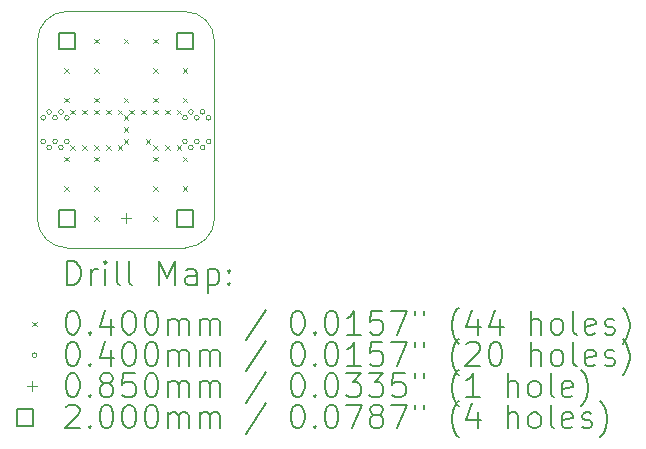
<source format=gbr>
%TF.GenerationSoftware,KiCad,Pcbnew,6.0.9+dfsg-1~bpo11+1*%
%TF.CreationDate,2022-11-06T17:12:52+01:00*%
%TF.ProjectId,amplifier,616d706c-6966-4696-9572-2e6b69636164,2*%
%TF.SameCoordinates,Original*%
%TF.FileFunction,Drillmap*%
%TF.FilePolarity,Positive*%
%FSLAX45Y45*%
G04 Gerber Fmt 4.5, Leading zero omitted, Abs format (unit mm)*
G04 Created by KiCad (PCBNEW 6.0.9+dfsg-1~bpo11+1) date 2022-11-06 17:12:52*
%MOMM*%
%LPD*%
G01*
G04 APERTURE LIST*
%ADD10C,0.100000*%
%ADD11C,0.200000*%
%ADD12C,0.040000*%
%ADD13C,0.085000*%
G04 APERTURE END LIST*
D10*
X12250000Y-7500000D02*
X12250000Y-9000000D01*
X12500000Y-9250000D02*
X13500000Y-9250000D01*
X13750000Y-7500000D02*
G75*
G03*
X13500000Y-7250000I-250000J0D01*
G01*
X12250000Y-9000000D02*
G75*
G03*
X12500000Y-9250000I250000J0D01*
G01*
X12500000Y-7250000D02*
X13500000Y-7250000D01*
X13750000Y-7500000D02*
X13750000Y-9000000D01*
X12500000Y-7250000D02*
G75*
G03*
X12250000Y-7500000I0J-250000D01*
G01*
X13500000Y-9250000D02*
G75*
G03*
X13750000Y-9000000I0J250000D01*
G01*
D11*
D12*
X12480000Y-7730000D02*
X12520000Y-7770000D01*
X12520000Y-7730000D02*
X12480000Y-7770000D01*
X12480000Y-7980000D02*
X12520000Y-8020000D01*
X12520000Y-7980000D02*
X12480000Y-8020000D01*
X12480000Y-8480000D02*
X12520000Y-8520000D01*
X12520000Y-8480000D02*
X12480000Y-8520000D01*
X12480000Y-8730000D02*
X12520000Y-8770000D01*
X12520000Y-8730000D02*
X12480000Y-8770000D01*
X12530000Y-8080000D02*
X12570000Y-8120000D01*
X12570000Y-8080000D02*
X12530000Y-8120000D01*
X12530000Y-8380000D02*
X12570000Y-8420000D01*
X12570000Y-8380000D02*
X12530000Y-8420000D01*
X12630000Y-8080000D02*
X12670000Y-8120000D01*
X12670000Y-8080000D02*
X12630000Y-8120000D01*
X12630000Y-8380000D02*
X12670000Y-8420000D01*
X12670000Y-8380000D02*
X12630000Y-8420000D01*
X12730000Y-7480000D02*
X12770000Y-7520000D01*
X12770000Y-7480000D02*
X12730000Y-7520000D01*
X12730000Y-7730000D02*
X12770000Y-7770000D01*
X12770000Y-7730000D02*
X12730000Y-7770000D01*
X12730000Y-7980000D02*
X12770000Y-8020000D01*
X12770000Y-7980000D02*
X12730000Y-8020000D01*
X12730000Y-8080000D02*
X12770000Y-8120000D01*
X12770000Y-8080000D02*
X12730000Y-8120000D01*
X12730000Y-8380000D02*
X12770000Y-8420000D01*
X12770000Y-8380000D02*
X12730000Y-8420000D01*
X12730000Y-8480000D02*
X12770000Y-8520000D01*
X12770000Y-8480000D02*
X12730000Y-8520000D01*
X12730000Y-8730000D02*
X12770000Y-8770000D01*
X12770000Y-8730000D02*
X12730000Y-8770000D01*
X12730000Y-8980000D02*
X12770000Y-9020000D01*
X12770000Y-8980000D02*
X12730000Y-9020000D01*
X12830000Y-8080000D02*
X12870000Y-8120000D01*
X12870000Y-8080000D02*
X12830000Y-8120000D01*
X12830000Y-8380000D02*
X12870000Y-8420000D01*
X12870000Y-8380000D02*
X12830000Y-8420000D01*
X12930000Y-8080000D02*
X12970000Y-8120000D01*
X12970000Y-8080000D02*
X12930000Y-8120000D01*
X12930000Y-8380000D02*
X12970000Y-8420000D01*
X12970000Y-8380000D02*
X12930000Y-8420000D01*
X12980000Y-7480000D02*
X13020000Y-7520000D01*
X13020000Y-7480000D02*
X12980000Y-7520000D01*
X12980000Y-7980000D02*
X13020000Y-8020000D01*
X13020000Y-7980000D02*
X12980000Y-8020000D01*
X12980000Y-8130000D02*
X13020000Y-8170000D01*
X13020000Y-8130000D02*
X12980000Y-8170000D01*
X12980000Y-8230000D02*
X13020000Y-8270000D01*
X13020000Y-8230000D02*
X12980000Y-8270000D01*
X12980000Y-8330000D02*
X13020000Y-8370000D01*
X13020000Y-8330000D02*
X12980000Y-8370000D01*
X13030000Y-8080000D02*
X13070000Y-8120000D01*
X13070000Y-8080000D02*
X13030000Y-8120000D01*
X13130000Y-8080000D02*
X13170000Y-8120000D01*
X13170000Y-8080000D02*
X13130000Y-8120000D01*
X13166265Y-8329656D02*
X13206265Y-8369656D01*
X13206265Y-8329656D02*
X13166265Y-8369656D01*
X13230000Y-7480000D02*
X13270000Y-7520000D01*
X13270000Y-7480000D02*
X13230000Y-7520000D01*
X13230000Y-7730000D02*
X13270000Y-7770000D01*
X13270000Y-7730000D02*
X13230000Y-7770000D01*
X13230000Y-7980000D02*
X13270000Y-8020000D01*
X13270000Y-7980000D02*
X13230000Y-8020000D01*
X13230000Y-8080000D02*
X13270000Y-8120000D01*
X13270000Y-8080000D02*
X13230000Y-8120000D01*
X13230000Y-8380000D02*
X13270000Y-8420000D01*
X13270000Y-8380000D02*
X13230000Y-8420000D01*
X13230000Y-8480000D02*
X13270000Y-8520000D01*
X13270000Y-8480000D02*
X13230000Y-8520000D01*
X13230000Y-8730000D02*
X13270000Y-8770000D01*
X13270000Y-8730000D02*
X13230000Y-8770000D01*
X13230000Y-8980000D02*
X13270000Y-9020000D01*
X13270000Y-8980000D02*
X13230000Y-9020000D01*
X13330000Y-8080000D02*
X13370000Y-8120000D01*
X13370000Y-8080000D02*
X13330000Y-8120000D01*
X13330000Y-8380000D02*
X13370000Y-8420000D01*
X13370000Y-8380000D02*
X13330000Y-8420000D01*
X13430000Y-8080000D02*
X13470000Y-8120000D01*
X13470000Y-8080000D02*
X13430000Y-8120000D01*
X13430000Y-8380000D02*
X13470000Y-8420000D01*
X13470000Y-8380000D02*
X13430000Y-8420000D01*
X13480000Y-7730000D02*
X13520000Y-7770000D01*
X13520000Y-7730000D02*
X13480000Y-7770000D01*
X13480000Y-7980000D02*
X13520000Y-8020000D01*
X13520000Y-7980000D02*
X13480000Y-8020000D01*
X13480000Y-8480000D02*
X13520000Y-8520000D01*
X13520000Y-8480000D02*
X13480000Y-8520000D01*
X13480000Y-8730000D02*
X13520000Y-8770000D01*
X13520000Y-8730000D02*
X13480000Y-8770000D01*
X12320000Y-8150000D02*
G75*
G03*
X12320000Y-8150000I-20000J0D01*
G01*
X12320000Y-8350000D02*
G75*
G03*
X12320000Y-8350000I-20000J0D01*
G01*
X12370000Y-8100000D02*
G75*
G03*
X12370000Y-8100000I-20000J0D01*
G01*
X12370000Y-8400000D02*
G75*
G03*
X12370000Y-8400000I-20000J0D01*
G01*
X12420000Y-8150000D02*
G75*
G03*
X12420000Y-8150000I-20000J0D01*
G01*
X12420000Y-8350000D02*
G75*
G03*
X12420000Y-8350000I-20000J0D01*
G01*
X12470000Y-8100000D02*
G75*
G03*
X12470000Y-8100000I-20000J0D01*
G01*
X12470000Y-8400000D02*
G75*
G03*
X12470000Y-8400000I-20000J0D01*
G01*
X12520000Y-8150000D02*
G75*
G03*
X12520000Y-8150000I-20000J0D01*
G01*
X12520000Y-8350000D02*
G75*
G03*
X12520000Y-8350000I-20000J0D01*
G01*
X13520000Y-8150000D02*
G75*
G03*
X13520000Y-8150000I-20000J0D01*
G01*
X13520000Y-8350000D02*
G75*
G03*
X13520000Y-8350000I-20000J0D01*
G01*
X13570000Y-8100000D02*
G75*
G03*
X13570000Y-8100000I-20000J0D01*
G01*
X13570000Y-8400000D02*
G75*
G03*
X13570000Y-8400000I-20000J0D01*
G01*
X13620000Y-8150000D02*
G75*
G03*
X13620000Y-8150000I-20000J0D01*
G01*
X13620000Y-8350000D02*
G75*
G03*
X13620000Y-8350000I-20000J0D01*
G01*
X13670000Y-8100000D02*
G75*
G03*
X13670000Y-8100000I-20000J0D01*
G01*
X13670000Y-8400000D02*
G75*
G03*
X13670000Y-8400000I-20000J0D01*
G01*
X13720000Y-8150000D02*
G75*
G03*
X13720000Y-8150000I-20000J0D01*
G01*
X13720000Y-8350000D02*
G75*
G03*
X13720000Y-8350000I-20000J0D01*
G01*
D13*
X13000000Y-8957500D02*
X13000000Y-9042500D01*
X12957500Y-9000000D02*
X13042500Y-9000000D01*
D11*
X12570711Y-7570711D02*
X12570711Y-7429289D01*
X12429289Y-7429289D01*
X12429289Y-7570711D01*
X12570711Y-7570711D01*
X12570711Y-9070711D02*
X12570711Y-8929289D01*
X12429289Y-8929289D01*
X12429289Y-9070711D01*
X12570711Y-9070711D01*
X13570711Y-7570711D02*
X13570711Y-7429289D01*
X13429289Y-7429289D01*
X13429289Y-7570711D01*
X13570711Y-7570711D01*
X13570711Y-9070711D02*
X13570711Y-8929289D01*
X13429289Y-8929289D01*
X13429289Y-9070711D01*
X13570711Y-9070711D01*
X12502619Y-9565476D02*
X12502619Y-9365476D01*
X12550238Y-9365476D01*
X12578809Y-9375000D01*
X12597857Y-9394048D01*
X12607381Y-9413095D01*
X12616905Y-9451190D01*
X12616905Y-9479762D01*
X12607381Y-9517857D01*
X12597857Y-9536905D01*
X12578809Y-9555952D01*
X12550238Y-9565476D01*
X12502619Y-9565476D01*
X12702619Y-9565476D02*
X12702619Y-9432143D01*
X12702619Y-9470238D02*
X12712143Y-9451190D01*
X12721667Y-9441667D01*
X12740714Y-9432143D01*
X12759762Y-9432143D01*
X12826428Y-9565476D02*
X12826428Y-9432143D01*
X12826428Y-9365476D02*
X12816905Y-9375000D01*
X12826428Y-9384524D01*
X12835952Y-9375000D01*
X12826428Y-9365476D01*
X12826428Y-9384524D01*
X12950238Y-9565476D02*
X12931190Y-9555952D01*
X12921667Y-9536905D01*
X12921667Y-9365476D01*
X13055000Y-9565476D02*
X13035952Y-9555952D01*
X13026428Y-9536905D01*
X13026428Y-9365476D01*
X13283571Y-9565476D02*
X13283571Y-9365476D01*
X13350238Y-9508333D01*
X13416905Y-9365476D01*
X13416905Y-9565476D01*
X13597857Y-9565476D02*
X13597857Y-9460714D01*
X13588333Y-9441667D01*
X13569286Y-9432143D01*
X13531190Y-9432143D01*
X13512143Y-9441667D01*
X13597857Y-9555952D02*
X13578809Y-9565476D01*
X13531190Y-9565476D01*
X13512143Y-9555952D01*
X13502619Y-9536905D01*
X13502619Y-9517857D01*
X13512143Y-9498810D01*
X13531190Y-9489286D01*
X13578809Y-9489286D01*
X13597857Y-9479762D01*
X13693095Y-9432143D02*
X13693095Y-9632143D01*
X13693095Y-9441667D02*
X13712143Y-9432143D01*
X13750238Y-9432143D01*
X13769286Y-9441667D01*
X13778809Y-9451190D01*
X13788333Y-9470238D01*
X13788333Y-9527381D01*
X13778809Y-9546429D01*
X13769286Y-9555952D01*
X13750238Y-9565476D01*
X13712143Y-9565476D01*
X13693095Y-9555952D01*
X13874048Y-9546429D02*
X13883571Y-9555952D01*
X13874048Y-9565476D01*
X13864524Y-9555952D01*
X13874048Y-9546429D01*
X13874048Y-9565476D01*
X13874048Y-9441667D02*
X13883571Y-9451190D01*
X13874048Y-9460714D01*
X13864524Y-9451190D01*
X13874048Y-9441667D01*
X13874048Y-9460714D01*
D12*
X12205000Y-9875000D02*
X12245000Y-9915000D01*
X12245000Y-9875000D02*
X12205000Y-9915000D01*
D11*
X12540714Y-9785476D02*
X12559762Y-9785476D01*
X12578809Y-9795000D01*
X12588333Y-9804524D01*
X12597857Y-9823571D01*
X12607381Y-9861667D01*
X12607381Y-9909286D01*
X12597857Y-9947381D01*
X12588333Y-9966429D01*
X12578809Y-9975952D01*
X12559762Y-9985476D01*
X12540714Y-9985476D01*
X12521667Y-9975952D01*
X12512143Y-9966429D01*
X12502619Y-9947381D01*
X12493095Y-9909286D01*
X12493095Y-9861667D01*
X12502619Y-9823571D01*
X12512143Y-9804524D01*
X12521667Y-9795000D01*
X12540714Y-9785476D01*
X12693095Y-9966429D02*
X12702619Y-9975952D01*
X12693095Y-9985476D01*
X12683571Y-9975952D01*
X12693095Y-9966429D01*
X12693095Y-9985476D01*
X12874048Y-9852143D02*
X12874048Y-9985476D01*
X12826428Y-9775952D02*
X12778809Y-9918810D01*
X12902619Y-9918810D01*
X13016905Y-9785476D02*
X13035952Y-9785476D01*
X13055000Y-9795000D01*
X13064524Y-9804524D01*
X13074048Y-9823571D01*
X13083571Y-9861667D01*
X13083571Y-9909286D01*
X13074048Y-9947381D01*
X13064524Y-9966429D01*
X13055000Y-9975952D01*
X13035952Y-9985476D01*
X13016905Y-9985476D01*
X12997857Y-9975952D01*
X12988333Y-9966429D01*
X12978809Y-9947381D01*
X12969286Y-9909286D01*
X12969286Y-9861667D01*
X12978809Y-9823571D01*
X12988333Y-9804524D01*
X12997857Y-9795000D01*
X13016905Y-9785476D01*
X13207381Y-9785476D02*
X13226428Y-9785476D01*
X13245476Y-9795000D01*
X13255000Y-9804524D01*
X13264524Y-9823571D01*
X13274048Y-9861667D01*
X13274048Y-9909286D01*
X13264524Y-9947381D01*
X13255000Y-9966429D01*
X13245476Y-9975952D01*
X13226428Y-9985476D01*
X13207381Y-9985476D01*
X13188333Y-9975952D01*
X13178809Y-9966429D01*
X13169286Y-9947381D01*
X13159762Y-9909286D01*
X13159762Y-9861667D01*
X13169286Y-9823571D01*
X13178809Y-9804524D01*
X13188333Y-9795000D01*
X13207381Y-9785476D01*
X13359762Y-9985476D02*
X13359762Y-9852143D01*
X13359762Y-9871190D02*
X13369286Y-9861667D01*
X13388333Y-9852143D01*
X13416905Y-9852143D01*
X13435952Y-9861667D01*
X13445476Y-9880714D01*
X13445476Y-9985476D01*
X13445476Y-9880714D02*
X13455000Y-9861667D01*
X13474048Y-9852143D01*
X13502619Y-9852143D01*
X13521667Y-9861667D01*
X13531190Y-9880714D01*
X13531190Y-9985476D01*
X13626428Y-9985476D02*
X13626428Y-9852143D01*
X13626428Y-9871190D02*
X13635952Y-9861667D01*
X13655000Y-9852143D01*
X13683571Y-9852143D01*
X13702619Y-9861667D01*
X13712143Y-9880714D01*
X13712143Y-9985476D01*
X13712143Y-9880714D02*
X13721667Y-9861667D01*
X13740714Y-9852143D01*
X13769286Y-9852143D01*
X13788333Y-9861667D01*
X13797857Y-9880714D01*
X13797857Y-9985476D01*
X14188333Y-9775952D02*
X14016905Y-10033095D01*
X14445476Y-9785476D02*
X14464524Y-9785476D01*
X14483571Y-9795000D01*
X14493095Y-9804524D01*
X14502619Y-9823571D01*
X14512143Y-9861667D01*
X14512143Y-9909286D01*
X14502619Y-9947381D01*
X14493095Y-9966429D01*
X14483571Y-9975952D01*
X14464524Y-9985476D01*
X14445476Y-9985476D01*
X14426428Y-9975952D01*
X14416905Y-9966429D01*
X14407381Y-9947381D01*
X14397857Y-9909286D01*
X14397857Y-9861667D01*
X14407381Y-9823571D01*
X14416905Y-9804524D01*
X14426428Y-9795000D01*
X14445476Y-9785476D01*
X14597857Y-9966429D02*
X14607381Y-9975952D01*
X14597857Y-9985476D01*
X14588333Y-9975952D01*
X14597857Y-9966429D01*
X14597857Y-9985476D01*
X14731190Y-9785476D02*
X14750238Y-9785476D01*
X14769286Y-9795000D01*
X14778809Y-9804524D01*
X14788333Y-9823571D01*
X14797857Y-9861667D01*
X14797857Y-9909286D01*
X14788333Y-9947381D01*
X14778809Y-9966429D01*
X14769286Y-9975952D01*
X14750238Y-9985476D01*
X14731190Y-9985476D01*
X14712143Y-9975952D01*
X14702619Y-9966429D01*
X14693095Y-9947381D01*
X14683571Y-9909286D01*
X14683571Y-9861667D01*
X14693095Y-9823571D01*
X14702619Y-9804524D01*
X14712143Y-9795000D01*
X14731190Y-9785476D01*
X14988333Y-9985476D02*
X14874048Y-9985476D01*
X14931190Y-9985476D02*
X14931190Y-9785476D01*
X14912143Y-9814048D01*
X14893095Y-9833095D01*
X14874048Y-9842619D01*
X15169286Y-9785476D02*
X15074048Y-9785476D01*
X15064524Y-9880714D01*
X15074048Y-9871190D01*
X15093095Y-9861667D01*
X15140714Y-9861667D01*
X15159762Y-9871190D01*
X15169286Y-9880714D01*
X15178809Y-9899762D01*
X15178809Y-9947381D01*
X15169286Y-9966429D01*
X15159762Y-9975952D01*
X15140714Y-9985476D01*
X15093095Y-9985476D01*
X15074048Y-9975952D01*
X15064524Y-9966429D01*
X15245476Y-9785476D02*
X15378809Y-9785476D01*
X15293095Y-9985476D01*
X15445476Y-9785476D02*
X15445476Y-9823571D01*
X15521667Y-9785476D02*
X15521667Y-9823571D01*
X15816905Y-10061667D02*
X15807381Y-10052143D01*
X15788333Y-10023571D01*
X15778809Y-10004524D01*
X15769286Y-9975952D01*
X15759762Y-9928333D01*
X15759762Y-9890238D01*
X15769286Y-9842619D01*
X15778809Y-9814048D01*
X15788333Y-9795000D01*
X15807381Y-9766429D01*
X15816905Y-9756905D01*
X15978809Y-9852143D02*
X15978809Y-9985476D01*
X15931190Y-9775952D02*
X15883571Y-9918810D01*
X16007381Y-9918810D01*
X16169286Y-9852143D02*
X16169286Y-9985476D01*
X16121667Y-9775952D02*
X16074048Y-9918810D01*
X16197857Y-9918810D01*
X16426428Y-9985476D02*
X16426428Y-9785476D01*
X16512143Y-9985476D02*
X16512143Y-9880714D01*
X16502619Y-9861667D01*
X16483571Y-9852143D01*
X16455000Y-9852143D01*
X16435952Y-9861667D01*
X16426428Y-9871190D01*
X16635952Y-9985476D02*
X16616905Y-9975952D01*
X16607381Y-9966429D01*
X16597857Y-9947381D01*
X16597857Y-9890238D01*
X16607381Y-9871190D01*
X16616905Y-9861667D01*
X16635952Y-9852143D01*
X16664524Y-9852143D01*
X16683571Y-9861667D01*
X16693095Y-9871190D01*
X16702619Y-9890238D01*
X16702619Y-9947381D01*
X16693095Y-9966429D01*
X16683571Y-9975952D01*
X16664524Y-9985476D01*
X16635952Y-9985476D01*
X16816905Y-9985476D02*
X16797857Y-9975952D01*
X16788333Y-9956905D01*
X16788333Y-9785476D01*
X16969286Y-9975952D02*
X16950238Y-9985476D01*
X16912143Y-9985476D01*
X16893095Y-9975952D01*
X16883571Y-9956905D01*
X16883571Y-9880714D01*
X16893095Y-9861667D01*
X16912143Y-9852143D01*
X16950238Y-9852143D01*
X16969286Y-9861667D01*
X16978810Y-9880714D01*
X16978810Y-9899762D01*
X16883571Y-9918810D01*
X17055000Y-9975952D02*
X17074048Y-9985476D01*
X17112143Y-9985476D01*
X17131190Y-9975952D01*
X17140714Y-9956905D01*
X17140714Y-9947381D01*
X17131190Y-9928333D01*
X17112143Y-9918810D01*
X17083571Y-9918810D01*
X17064524Y-9909286D01*
X17055000Y-9890238D01*
X17055000Y-9880714D01*
X17064524Y-9861667D01*
X17083571Y-9852143D01*
X17112143Y-9852143D01*
X17131190Y-9861667D01*
X17207381Y-10061667D02*
X17216905Y-10052143D01*
X17235952Y-10023571D01*
X17245476Y-10004524D01*
X17255000Y-9975952D01*
X17264524Y-9928333D01*
X17264524Y-9890238D01*
X17255000Y-9842619D01*
X17245476Y-9814048D01*
X17235952Y-9795000D01*
X17216905Y-9766429D01*
X17207381Y-9756905D01*
D12*
X12245000Y-10159000D02*
G75*
G03*
X12245000Y-10159000I-20000J0D01*
G01*
D11*
X12540714Y-10049476D02*
X12559762Y-10049476D01*
X12578809Y-10059000D01*
X12588333Y-10068524D01*
X12597857Y-10087571D01*
X12607381Y-10125667D01*
X12607381Y-10173286D01*
X12597857Y-10211381D01*
X12588333Y-10230429D01*
X12578809Y-10239952D01*
X12559762Y-10249476D01*
X12540714Y-10249476D01*
X12521667Y-10239952D01*
X12512143Y-10230429D01*
X12502619Y-10211381D01*
X12493095Y-10173286D01*
X12493095Y-10125667D01*
X12502619Y-10087571D01*
X12512143Y-10068524D01*
X12521667Y-10059000D01*
X12540714Y-10049476D01*
X12693095Y-10230429D02*
X12702619Y-10239952D01*
X12693095Y-10249476D01*
X12683571Y-10239952D01*
X12693095Y-10230429D01*
X12693095Y-10249476D01*
X12874048Y-10116143D02*
X12874048Y-10249476D01*
X12826428Y-10039952D02*
X12778809Y-10182810D01*
X12902619Y-10182810D01*
X13016905Y-10049476D02*
X13035952Y-10049476D01*
X13055000Y-10059000D01*
X13064524Y-10068524D01*
X13074048Y-10087571D01*
X13083571Y-10125667D01*
X13083571Y-10173286D01*
X13074048Y-10211381D01*
X13064524Y-10230429D01*
X13055000Y-10239952D01*
X13035952Y-10249476D01*
X13016905Y-10249476D01*
X12997857Y-10239952D01*
X12988333Y-10230429D01*
X12978809Y-10211381D01*
X12969286Y-10173286D01*
X12969286Y-10125667D01*
X12978809Y-10087571D01*
X12988333Y-10068524D01*
X12997857Y-10059000D01*
X13016905Y-10049476D01*
X13207381Y-10049476D02*
X13226428Y-10049476D01*
X13245476Y-10059000D01*
X13255000Y-10068524D01*
X13264524Y-10087571D01*
X13274048Y-10125667D01*
X13274048Y-10173286D01*
X13264524Y-10211381D01*
X13255000Y-10230429D01*
X13245476Y-10239952D01*
X13226428Y-10249476D01*
X13207381Y-10249476D01*
X13188333Y-10239952D01*
X13178809Y-10230429D01*
X13169286Y-10211381D01*
X13159762Y-10173286D01*
X13159762Y-10125667D01*
X13169286Y-10087571D01*
X13178809Y-10068524D01*
X13188333Y-10059000D01*
X13207381Y-10049476D01*
X13359762Y-10249476D02*
X13359762Y-10116143D01*
X13359762Y-10135190D02*
X13369286Y-10125667D01*
X13388333Y-10116143D01*
X13416905Y-10116143D01*
X13435952Y-10125667D01*
X13445476Y-10144714D01*
X13445476Y-10249476D01*
X13445476Y-10144714D02*
X13455000Y-10125667D01*
X13474048Y-10116143D01*
X13502619Y-10116143D01*
X13521667Y-10125667D01*
X13531190Y-10144714D01*
X13531190Y-10249476D01*
X13626428Y-10249476D02*
X13626428Y-10116143D01*
X13626428Y-10135190D02*
X13635952Y-10125667D01*
X13655000Y-10116143D01*
X13683571Y-10116143D01*
X13702619Y-10125667D01*
X13712143Y-10144714D01*
X13712143Y-10249476D01*
X13712143Y-10144714D02*
X13721667Y-10125667D01*
X13740714Y-10116143D01*
X13769286Y-10116143D01*
X13788333Y-10125667D01*
X13797857Y-10144714D01*
X13797857Y-10249476D01*
X14188333Y-10039952D02*
X14016905Y-10297095D01*
X14445476Y-10049476D02*
X14464524Y-10049476D01*
X14483571Y-10059000D01*
X14493095Y-10068524D01*
X14502619Y-10087571D01*
X14512143Y-10125667D01*
X14512143Y-10173286D01*
X14502619Y-10211381D01*
X14493095Y-10230429D01*
X14483571Y-10239952D01*
X14464524Y-10249476D01*
X14445476Y-10249476D01*
X14426428Y-10239952D01*
X14416905Y-10230429D01*
X14407381Y-10211381D01*
X14397857Y-10173286D01*
X14397857Y-10125667D01*
X14407381Y-10087571D01*
X14416905Y-10068524D01*
X14426428Y-10059000D01*
X14445476Y-10049476D01*
X14597857Y-10230429D02*
X14607381Y-10239952D01*
X14597857Y-10249476D01*
X14588333Y-10239952D01*
X14597857Y-10230429D01*
X14597857Y-10249476D01*
X14731190Y-10049476D02*
X14750238Y-10049476D01*
X14769286Y-10059000D01*
X14778809Y-10068524D01*
X14788333Y-10087571D01*
X14797857Y-10125667D01*
X14797857Y-10173286D01*
X14788333Y-10211381D01*
X14778809Y-10230429D01*
X14769286Y-10239952D01*
X14750238Y-10249476D01*
X14731190Y-10249476D01*
X14712143Y-10239952D01*
X14702619Y-10230429D01*
X14693095Y-10211381D01*
X14683571Y-10173286D01*
X14683571Y-10125667D01*
X14693095Y-10087571D01*
X14702619Y-10068524D01*
X14712143Y-10059000D01*
X14731190Y-10049476D01*
X14988333Y-10249476D02*
X14874048Y-10249476D01*
X14931190Y-10249476D02*
X14931190Y-10049476D01*
X14912143Y-10078048D01*
X14893095Y-10097095D01*
X14874048Y-10106619D01*
X15169286Y-10049476D02*
X15074048Y-10049476D01*
X15064524Y-10144714D01*
X15074048Y-10135190D01*
X15093095Y-10125667D01*
X15140714Y-10125667D01*
X15159762Y-10135190D01*
X15169286Y-10144714D01*
X15178809Y-10163762D01*
X15178809Y-10211381D01*
X15169286Y-10230429D01*
X15159762Y-10239952D01*
X15140714Y-10249476D01*
X15093095Y-10249476D01*
X15074048Y-10239952D01*
X15064524Y-10230429D01*
X15245476Y-10049476D02*
X15378809Y-10049476D01*
X15293095Y-10249476D01*
X15445476Y-10049476D02*
X15445476Y-10087571D01*
X15521667Y-10049476D02*
X15521667Y-10087571D01*
X15816905Y-10325667D02*
X15807381Y-10316143D01*
X15788333Y-10287571D01*
X15778809Y-10268524D01*
X15769286Y-10239952D01*
X15759762Y-10192333D01*
X15759762Y-10154238D01*
X15769286Y-10106619D01*
X15778809Y-10078048D01*
X15788333Y-10059000D01*
X15807381Y-10030429D01*
X15816905Y-10020905D01*
X15883571Y-10068524D02*
X15893095Y-10059000D01*
X15912143Y-10049476D01*
X15959762Y-10049476D01*
X15978809Y-10059000D01*
X15988333Y-10068524D01*
X15997857Y-10087571D01*
X15997857Y-10106619D01*
X15988333Y-10135190D01*
X15874048Y-10249476D01*
X15997857Y-10249476D01*
X16121667Y-10049476D02*
X16140714Y-10049476D01*
X16159762Y-10059000D01*
X16169286Y-10068524D01*
X16178809Y-10087571D01*
X16188333Y-10125667D01*
X16188333Y-10173286D01*
X16178809Y-10211381D01*
X16169286Y-10230429D01*
X16159762Y-10239952D01*
X16140714Y-10249476D01*
X16121667Y-10249476D01*
X16102619Y-10239952D01*
X16093095Y-10230429D01*
X16083571Y-10211381D01*
X16074048Y-10173286D01*
X16074048Y-10125667D01*
X16083571Y-10087571D01*
X16093095Y-10068524D01*
X16102619Y-10059000D01*
X16121667Y-10049476D01*
X16426428Y-10249476D02*
X16426428Y-10049476D01*
X16512143Y-10249476D02*
X16512143Y-10144714D01*
X16502619Y-10125667D01*
X16483571Y-10116143D01*
X16455000Y-10116143D01*
X16435952Y-10125667D01*
X16426428Y-10135190D01*
X16635952Y-10249476D02*
X16616905Y-10239952D01*
X16607381Y-10230429D01*
X16597857Y-10211381D01*
X16597857Y-10154238D01*
X16607381Y-10135190D01*
X16616905Y-10125667D01*
X16635952Y-10116143D01*
X16664524Y-10116143D01*
X16683571Y-10125667D01*
X16693095Y-10135190D01*
X16702619Y-10154238D01*
X16702619Y-10211381D01*
X16693095Y-10230429D01*
X16683571Y-10239952D01*
X16664524Y-10249476D01*
X16635952Y-10249476D01*
X16816905Y-10249476D02*
X16797857Y-10239952D01*
X16788333Y-10220905D01*
X16788333Y-10049476D01*
X16969286Y-10239952D02*
X16950238Y-10249476D01*
X16912143Y-10249476D01*
X16893095Y-10239952D01*
X16883571Y-10220905D01*
X16883571Y-10144714D01*
X16893095Y-10125667D01*
X16912143Y-10116143D01*
X16950238Y-10116143D01*
X16969286Y-10125667D01*
X16978810Y-10144714D01*
X16978810Y-10163762D01*
X16883571Y-10182810D01*
X17055000Y-10239952D02*
X17074048Y-10249476D01*
X17112143Y-10249476D01*
X17131190Y-10239952D01*
X17140714Y-10220905D01*
X17140714Y-10211381D01*
X17131190Y-10192333D01*
X17112143Y-10182810D01*
X17083571Y-10182810D01*
X17064524Y-10173286D01*
X17055000Y-10154238D01*
X17055000Y-10144714D01*
X17064524Y-10125667D01*
X17083571Y-10116143D01*
X17112143Y-10116143D01*
X17131190Y-10125667D01*
X17207381Y-10325667D02*
X17216905Y-10316143D01*
X17235952Y-10287571D01*
X17245476Y-10268524D01*
X17255000Y-10239952D01*
X17264524Y-10192333D01*
X17264524Y-10154238D01*
X17255000Y-10106619D01*
X17245476Y-10078048D01*
X17235952Y-10059000D01*
X17216905Y-10030429D01*
X17207381Y-10020905D01*
D13*
X12202500Y-10380500D02*
X12202500Y-10465500D01*
X12160000Y-10423000D02*
X12245000Y-10423000D01*
D11*
X12540714Y-10313476D02*
X12559762Y-10313476D01*
X12578809Y-10323000D01*
X12588333Y-10332524D01*
X12597857Y-10351571D01*
X12607381Y-10389667D01*
X12607381Y-10437286D01*
X12597857Y-10475381D01*
X12588333Y-10494429D01*
X12578809Y-10503952D01*
X12559762Y-10513476D01*
X12540714Y-10513476D01*
X12521667Y-10503952D01*
X12512143Y-10494429D01*
X12502619Y-10475381D01*
X12493095Y-10437286D01*
X12493095Y-10389667D01*
X12502619Y-10351571D01*
X12512143Y-10332524D01*
X12521667Y-10323000D01*
X12540714Y-10313476D01*
X12693095Y-10494429D02*
X12702619Y-10503952D01*
X12693095Y-10513476D01*
X12683571Y-10503952D01*
X12693095Y-10494429D01*
X12693095Y-10513476D01*
X12816905Y-10399190D02*
X12797857Y-10389667D01*
X12788333Y-10380143D01*
X12778809Y-10361095D01*
X12778809Y-10351571D01*
X12788333Y-10332524D01*
X12797857Y-10323000D01*
X12816905Y-10313476D01*
X12855000Y-10313476D01*
X12874048Y-10323000D01*
X12883571Y-10332524D01*
X12893095Y-10351571D01*
X12893095Y-10361095D01*
X12883571Y-10380143D01*
X12874048Y-10389667D01*
X12855000Y-10399190D01*
X12816905Y-10399190D01*
X12797857Y-10408714D01*
X12788333Y-10418238D01*
X12778809Y-10437286D01*
X12778809Y-10475381D01*
X12788333Y-10494429D01*
X12797857Y-10503952D01*
X12816905Y-10513476D01*
X12855000Y-10513476D01*
X12874048Y-10503952D01*
X12883571Y-10494429D01*
X12893095Y-10475381D01*
X12893095Y-10437286D01*
X12883571Y-10418238D01*
X12874048Y-10408714D01*
X12855000Y-10399190D01*
X13074048Y-10313476D02*
X12978809Y-10313476D01*
X12969286Y-10408714D01*
X12978809Y-10399190D01*
X12997857Y-10389667D01*
X13045476Y-10389667D01*
X13064524Y-10399190D01*
X13074048Y-10408714D01*
X13083571Y-10427762D01*
X13083571Y-10475381D01*
X13074048Y-10494429D01*
X13064524Y-10503952D01*
X13045476Y-10513476D01*
X12997857Y-10513476D01*
X12978809Y-10503952D01*
X12969286Y-10494429D01*
X13207381Y-10313476D02*
X13226428Y-10313476D01*
X13245476Y-10323000D01*
X13255000Y-10332524D01*
X13264524Y-10351571D01*
X13274048Y-10389667D01*
X13274048Y-10437286D01*
X13264524Y-10475381D01*
X13255000Y-10494429D01*
X13245476Y-10503952D01*
X13226428Y-10513476D01*
X13207381Y-10513476D01*
X13188333Y-10503952D01*
X13178809Y-10494429D01*
X13169286Y-10475381D01*
X13159762Y-10437286D01*
X13159762Y-10389667D01*
X13169286Y-10351571D01*
X13178809Y-10332524D01*
X13188333Y-10323000D01*
X13207381Y-10313476D01*
X13359762Y-10513476D02*
X13359762Y-10380143D01*
X13359762Y-10399190D02*
X13369286Y-10389667D01*
X13388333Y-10380143D01*
X13416905Y-10380143D01*
X13435952Y-10389667D01*
X13445476Y-10408714D01*
X13445476Y-10513476D01*
X13445476Y-10408714D02*
X13455000Y-10389667D01*
X13474048Y-10380143D01*
X13502619Y-10380143D01*
X13521667Y-10389667D01*
X13531190Y-10408714D01*
X13531190Y-10513476D01*
X13626428Y-10513476D02*
X13626428Y-10380143D01*
X13626428Y-10399190D02*
X13635952Y-10389667D01*
X13655000Y-10380143D01*
X13683571Y-10380143D01*
X13702619Y-10389667D01*
X13712143Y-10408714D01*
X13712143Y-10513476D01*
X13712143Y-10408714D02*
X13721667Y-10389667D01*
X13740714Y-10380143D01*
X13769286Y-10380143D01*
X13788333Y-10389667D01*
X13797857Y-10408714D01*
X13797857Y-10513476D01*
X14188333Y-10303952D02*
X14016905Y-10561095D01*
X14445476Y-10313476D02*
X14464524Y-10313476D01*
X14483571Y-10323000D01*
X14493095Y-10332524D01*
X14502619Y-10351571D01*
X14512143Y-10389667D01*
X14512143Y-10437286D01*
X14502619Y-10475381D01*
X14493095Y-10494429D01*
X14483571Y-10503952D01*
X14464524Y-10513476D01*
X14445476Y-10513476D01*
X14426428Y-10503952D01*
X14416905Y-10494429D01*
X14407381Y-10475381D01*
X14397857Y-10437286D01*
X14397857Y-10389667D01*
X14407381Y-10351571D01*
X14416905Y-10332524D01*
X14426428Y-10323000D01*
X14445476Y-10313476D01*
X14597857Y-10494429D02*
X14607381Y-10503952D01*
X14597857Y-10513476D01*
X14588333Y-10503952D01*
X14597857Y-10494429D01*
X14597857Y-10513476D01*
X14731190Y-10313476D02*
X14750238Y-10313476D01*
X14769286Y-10323000D01*
X14778809Y-10332524D01*
X14788333Y-10351571D01*
X14797857Y-10389667D01*
X14797857Y-10437286D01*
X14788333Y-10475381D01*
X14778809Y-10494429D01*
X14769286Y-10503952D01*
X14750238Y-10513476D01*
X14731190Y-10513476D01*
X14712143Y-10503952D01*
X14702619Y-10494429D01*
X14693095Y-10475381D01*
X14683571Y-10437286D01*
X14683571Y-10389667D01*
X14693095Y-10351571D01*
X14702619Y-10332524D01*
X14712143Y-10323000D01*
X14731190Y-10313476D01*
X14864524Y-10313476D02*
X14988333Y-10313476D01*
X14921667Y-10389667D01*
X14950238Y-10389667D01*
X14969286Y-10399190D01*
X14978809Y-10408714D01*
X14988333Y-10427762D01*
X14988333Y-10475381D01*
X14978809Y-10494429D01*
X14969286Y-10503952D01*
X14950238Y-10513476D01*
X14893095Y-10513476D01*
X14874048Y-10503952D01*
X14864524Y-10494429D01*
X15055000Y-10313476D02*
X15178809Y-10313476D01*
X15112143Y-10389667D01*
X15140714Y-10389667D01*
X15159762Y-10399190D01*
X15169286Y-10408714D01*
X15178809Y-10427762D01*
X15178809Y-10475381D01*
X15169286Y-10494429D01*
X15159762Y-10503952D01*
X15140714Y-10513476D01*
X15083571Y-10513476D01*
X15064524Y-10503952D01*
X15055000Y-10494429D01*
X15359762Y-10313476D02*
X15264524Y-10313476D01*
X15255000Y-10408714D01*
X15264524Y-10399190D01*
X15283571Y-10389667D01*
X15331190Y-10389667D01*
X15350238Y-10399190D01*
X15359762Y-10408714D01*
X15369286Y-10427762D01*
X15369286Y-10475381D01*
X15359762Y-10494429D01*
X15350238Y-10503952D01*
X15331190Y-10513476D01*
X15283571Y-10513476D01*
X15264524Y-10503952D01*
X15255000Y-10494429D01*
X15445476Y-10313476D02*
X15445476Y-10351571D01*
X15521667Y-10313476D02*
X15521667Y-10351571D01*
X15816905Y-10589667D02*
X15807381Y-10580143D01*
X15788333Y-10551571D01*
X15778809Y-10532524D01*
X15769286Y-10503952D01*
X15759762Y-10456333D01*
X15759762Y-10418238D01*
X15769286Y-10370619D01*
X15778809Y-10342048D01*
X15788333Y-10323000D01*
X15807381Y-10294429D01*
X15816905Y-10284905D01*
X15997857Y-10513476D02*
X15883571Y-10513476D01*
X15940714Y-10513476D02*
X15940714Y-10313476D01*
X15921667Y-10342048D01*
X15902619Y-10361095D01*
X15883571Y-10370619D01*
X16235952Y-10513476D02*
X16235952Y-10313476D01*
X16321667Y-10513476D02*
X16321667Y-10408714D01*
X16312143Y-10389667D01*
X16293095Y-10380143D01*
X16264524Y-10380143D01*
X16245476Y-10389667D01*
X16235952Y-10399190D01*
X16445476Y-10513476D02*
X16426428Y-10503952D01*
X16416905Y-10494429D01*
X16407381Y-10475381D01*
X16407381Y-10418238D01*
X16416905Y-10399190D01*
X16426428Y-10389667D01*
X16445476Y-10380143D01*
X16474048Y-10380143D01*
X16493095Y-10389667D01*
X16502619Y-10399190D01*
X16512143Y-10418238D01*
X16512143Y-10475381D01*
X16502619Y-10494429D01*
X16493095Y-10503952D01*
X16474048Y-10513476D01*
X16445476Y-10513476D01*
X16626428Y-10513476D02*
X16607381Y-10503952D01*
X16597857Y-10484905D01*
X16597857Y-10313476D01*
X16778810Y-10503952D02*
X16759762Y-10513476D01*
X16721667Y-10513476D01*
X16702619Y-10503952D01*
X16693095Y-10484905D01*
X16693095Y-10408714D01*
X16702619Y-10389667D01*
X16721667Y-10380143D01*
X16759762Y-10380143D01*
X16778810Y-10389667D01*
X16788333Y-10408714D01*
X16788333Y-10427762D01*
X16693095Y-10446810D01*
X16855000Y-10589667D02*
X16864524Y-10580143D01*
X16883571Y-10551571D01*
X16893095Y-10532524D01*
X16902619Y-10503952D01*
X16912143Y-10456333D01*
X16912143Y-10418238D01*
X16902619Y-10370619D01*
X16893095Y-10342048D01*
X16883571Y-10323000D01*
X16864524Y-10294429D01*
X16855000Y-10284905D01*
X12215711Y-10757711D02*
X12215711Y-10616289D01*
X12074289Y-10616289D01*
X12074289Y-10757711D01*
X12215711Y-10757711D01*
X12493095Y-10596524D02*
X12502619Y-10587000D01*
X12521667Y-10577476D01*
X12569286Y-10577476D01*
X12588333Y-10587000D01*
X12597857Y-10596524D01*
X12607381Y-10615571D01*
X12607381Y-10634619D01*
X12597857Y-10663190D01*
X12483571Y-10777476D01*
X12607381Y-10777476D01*
X12693095Y-10758429D02*
X12702619Y-10767952D01*
X12693095Y-10777476D01*
X12683571Y-10767952D01*
X12693095Y-10758429D01*
X12693095Y-10777476D01*
X12826428Y-10577476D02*
X12845476Y-10577476D01*
X12864524Y-10587000D01*
X12874048Y-10596524D01*
X12883571Y-10615571D01*
X12893095Y-10653667D01*
X12893095Y-10701286D01*
X12883571Y-10739381D01*
X12874048Y-10758429D01*
X12864524Y-10767952D01*
X12845476Y-10777476D01*
X12826428Y-10777476D01*
X12807381Y-10767952D01*
X12797857Y-10758429D01*
X12788333Y-10739381D01*
X12778809Y-10701286D01*
X12778809Y-10653667D01*
X12788333Y-10615571D01*
X12797857Y-10596524D01*
X12807381Y-10587000D01*
X12826428Y-10577476D01*
X13016905Y-10577476D02*
X13035952Y-10577476D01*
X13055000Y-10587000D01*
X13064524Y-10596524D01*
X13074048Y-10615571D01*
X13083571Y-10653667D01*
X13083571Y-10701286D01*
X13074048Y-10739381D01*
X13064524Y-10758429D01*
X13055000Y-10767952D01*
X13035952Y-10777476D01*
X13016905Y-10777476D01*
X12997857Y-10767952D01*
X12988333Y-10758429D01*
X12978809Y-10739381D01*
X12969286Y-10701286D01*
X12969286Y-10653667D01*
X12978809Y-10615571D01*
X12988333Y-10596524D01*
X12997857Y-10587000D01*
X13016905Y-10577476D01*
X13207381Y-10577476D02*
X13226428Y-10577476D01*
X13245476Y-10587000D01*
X13255000Y-10596524D01*
X13264524Y-10615571D01*
X13274048Y-10653667D01*
X13274048Y-10701286D01*
X13264524Y-10739381D01*
X13255000Y-10758429D01*
X13245476Y-10767952D01*
X13226428Y-10777476D01*
X13207381Y-10777476D01*
X13188333Y-10767952D01*
X13178809Y-10758429D01*
X13169286Y-10739381D01*
X13159762Y-10701286D01*
X13159762Y-10653667D01*
X13169286Y-10615571D01*
X13178809Y-10596524D01*
X13188333Y-10587000D01*
X13207381Y-10577476D01*
X13359762Y-10777476D02*
X13359762Y-10644143D01*
X13359762Y-10663190D02*
X13369286Y-10653667D01*
X13388333Y-10644143D01*
X13416905Y-10644143D01*
X13435952Y-10653667D01*
X13445476Y-10672714D01*
X13445476Y-10777476D01*
X13445476Y-10672714D02*
X13455000Y-10653667D01*
X13474048Y-10644143D01*
X13502619Y-10644143D01*
X13521667Y-10653667D01*
X13531190Y-10672714D01*
X13531190Y-10777476D01*
X13626428Y-10777476D02*
X13626428Y-10644143D01*
X13626428Y-10663190D02*
X13635952Y-10653667D01*
X13655000Y-10644143D01*
X13683571Y-10644143D01*
X13702619Y-10653667D01*
X13712143Y-10672714D01*
X13712143Y-10777476D01*
X13712143Y-10672714D02*
X13721667Y-10653667D01*
X13740714Y-10644143D01*
X13769286Y-10644143D01*
X13788333Y-10653667D01*
X13797857Y-10672714D01*
X13797857Y-10777476D01*
X14188333Y-10567952D02*
X14016905Y-10825095D01*
X14445476Y-10577476D02*
X14464524Y-10577476D01*
X14483571Y-10587000D01*
X14493095Y-10596524D01*
X14502619Y-10615571D01*
X14512143Y-10653667D01*
X14512143Y-10701286D01*
X14502619Y-10739381D01*
X14493095Y-10758429D01*
X14483571Y-10767952D01*
X14464524Y-10777476D01*
X14445476Y-10777476D01*
X14426428Y-10767952D01*
X14416905Y-10758429D01*
X14407381Y-10739381D01*
X14397857Y-10701286D01*
X14397857Y-10653667D01*
X14407381Y-10615571D01*
X14416905Y-10596524D01*
X14426428Y-10587000D01*
X14445476Y-10577476D01*
X14597857Y-10758429D02*
X14607381Y-10767952D01*
X14597857Y-10777476D01*
X14588333Y-10767952D01*
X14597857Y-10758429D01*
X14597857Y-10777476D01*
X14731190Y-10577476D02*
X14750238Y-10577476D01*
X14769286Y-10587000D01*
X14778809Y-10596524D01*
X14788333Y-10615571D01*
X14797857Y-10653667D01*
X14797857Y-10701286D01*
X14788333Y-10739381D01*
X14778809Y-10758429D01*
X14769286Y-10767952D01*
X14750238Y-10777476D01*
X14731190Y-10777476D01*
X14712143Y-10767952D01*
X14702619Y-10758429D01*
X14693095Y-10739381D01*
X14683571Y-10701286D01*
X14683571Y-10653667D01*
X14693095Y-10615571D01*
X14702619Y-10596524D01*
X14712143Y-10587000D01*
X14731190Y-10577476D01*
X14864524Y-10577476D02*
X14997857Y-10577476D01*
X14912143Y-10777476D01*
X15102619Y-10663190D02*
X15083571Y-10653667D01*
X15074048Y-10644143D01*
X15064524Y-10625095D01*
X15064524Y-10615571D01*
X15074048Y-10596524D01*
X15083571Y-10587000D01*
X15102619Y-10577476D01*
X15140714Y-10577476D01*
X15159762Y-10587000D01*
X15169286Y-10596524D01*
X15178809Y-10615571D01*
X15178809Y-10625095D01*
X15169286Y-10644143D01*
X15159762Y-10653667D01*
X15140714Y-10663190D01*
X15102619Y-10663190D01*
X15083571Y-10672714D01*
X15074048Y-10682238D01*
X15064524Y-10701286D01*
X15064524Y-10739381D01*
X15074048Y-10758429D01*
X15083571Y-10767952D01*
X15102619Y-10777476D01*
X15140714Y-10777476D01*
X15159762Y-10767952D01*
X15169286Y-10758429D01*
X15178809Y-10739381D01*
X15178809Y-10701286D01*
X15169286Y-10682238D01*
X15159762Y-10672714D01*
X15140714Y-10663190D01*
X15245476Y-10577476D02*
X15378809Y-10577476D01*
X15293095Y-10777476D01*
X15445476Y-10577476D02*
X15445476Y-10615571D01*
X15521667Y-10577476D02*
X15521667Y-10615571D01*
X15816905Y-10853667D02*
X15807381Y-10844143D01*
X15788333Y-10815571D01*
X15778809Y-10796524D01*
X15769286Y-10767952D01*
X15759762Y-10720333D01*
X15759762Y-10682238D01*
X15769286Y-10634619D01*
X15778809Y-10606048D01*
X15788333Y-10587000D01*
X15807381Y-10558429D01*
X15816905Y-10548905D01*
X15978809Y-10644143D02*
X15978809Y-10777476D01*
X15931190Y-10567952D02*
X15883571Y-10710810D01*
X16007381Y-10710810D01*
X16235952Y-10777476D02*
X16235952Y-10577476D01*
X16321667Y-10777476D02*
X16321667Y-10672714D01*
X16312143Y-10653667D01*
X16293095Y-10644143D01*
X16264524Y-10644143D01*
X16245476Y-10653667D01*
X16235952Y-10663190D01*
X16445476Y-10777476D02*
X16426428Y-10767952D01*
X16416905Y-10758429D01*
X16407381Y-10739381D01*
X16407381Y-10682238D01*
X16416905Y-10663190D01*
X16426428Y-10653667D01*
X16445476Y-10644143D01*
X16474048Y-10644143D01*
X16493095Y-10653667D01*
X16502619Y-10663190D01*
X16512143Y-10682238D01*
X16512143Y-10739381D01*
X16502619Y-10758429D01*
X16493095Y-10767952D01*
X16474048Y-10777476D01*
X16445476Y-10777476D01*
X16626428Y-10777476D02*
X16607381Y-10767952D01*
X16597857Y-10748905D01*
X16597857Y-10577476D01*
X16778810Y-10767952D02*
X16759762Y-10777476D01*
X16721667Y-10777476D01*
X16702619Y-10767952D01*
X16693095Y-10748905D01*
X16693095Y-10672714D01*
X16702619Y-10653667D01*
X16721667Y-10644143D01*
X16759762Y-10644143D01*
X16778810Y-10653667D01*
X16788333Y-10672714D01*
X16788333Y-10691762D01*
X16693095Y-10710810D01*
X16864524Y-10767952D02*
X16883571Y-10777476D01*
X16921667Y-10777476D01*
X16940714Y-10767952D01*
X16950238Y-10748905D01*
X16950238Y-10739381D01*
X16940714Y-10720333D01*
X16921667Y-10710810D01*
X16893095Y-10710810D01*
X16874048Y-10701286D01*
X16864524Y-10682238D01*
X16864524Y-10672714D01*
X16874048Y-10653667D01*
X16893095Y-10644143D01*
X16921667Y-10644143D01*
X16940714Y-10653667D01*
X17016905Y-10853667D02*
X17026429Y-10844143D01*
X17045476Y-10815571D01*
X17055000Y-10796524D01*
X17064524Y-10767952D01*
X17074048Y-10720333D01*
X17074048Y-10682238D01*
X17064524Y-10634619D01*
X17055000Y-10606048D01*
X17045476Y-10587000D01*
X17026429Y-10558429D01*
X17016905Y-10548905D01*
M02*

</source>
